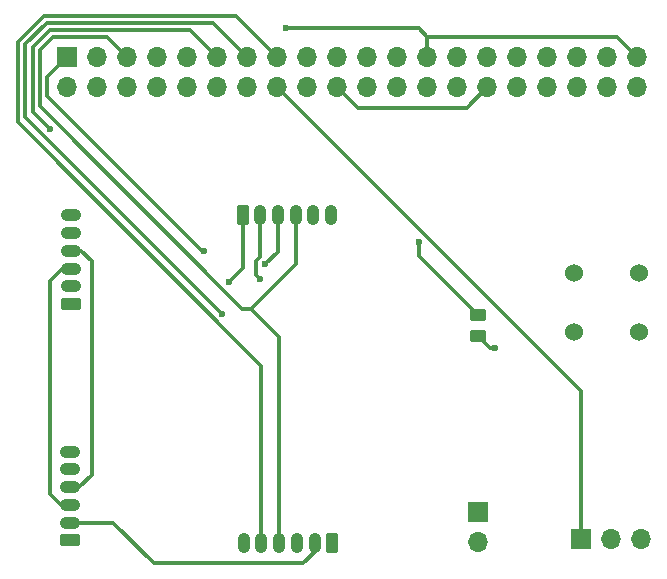
<source format=gbr>
%TF.GenerationSoftware,KiCad,Pcbnew,8.0.1*%
%TF.CreationDate,2024-09-05T17:17:53+09:00*%
%TF.ProjectId,Test2,54657374-322e-46b6-9963-61645f706362,rev?*%
%TF.SameCoordinates,Original*%
%TF.FileFunction,Copper,L1,Top*%
%TF.FilePolarity,Positive*%
%FSLAX46Y46*%
G04 Gerber Fmt 4.6, Leading zero omitted, Abs format (unit mm)*
G04 Created by KiCad (PCBNEW 8.0.1) date 2024-09-05 17:17:53*
%MOMM*%
%LPD*%
G01*
G04 APERTURE LIST*
G04 Aperture macros list*
%AMRoundRect*
0 Rectangle with rounded corners*
0 $1 Rounding radius*
0 $2 $3 $4 $5 $6 $7 $8 $9 X,Y pos of 4 corners*
0 Add a 4 corners polygon primitive as box body*
4,1,4,$2,$3,$4,$5,$6,$7,$8,$9,$2,$3,0*
0 Add four circle primitives for the rounded corners*
1,1,$1+$1,$2,$3*
1,1,$1+$1,$4,$5*
1,1,$1+$1,$6,$7*
1,1,$1+$1,$8,$9*
0 Add four rect primitives between the rounded corners*
20,1,$1+$1,$2,$3,$4,$5,0*
20,1,$1+$1,$4,$5,$6,$7,0*
20,1,$1+$1,$6,$7,$8,$9,0*
20,1,$1+$1,$8,$9,$2,$3,0*%
G04 Aperture macros list end*
%TA.AperFunction,ComponentPad*%
%ADD10R,1.700000X1.700000*%
%TD*%
%TA.AperFunction,ComponentPad*%
%ADD11O,1.700000X1.700000*%
%TD*%
%TA.AperFunction,SMDPad,CuDef*%
%ADD12RoundRect,0.250000X0.450000X-0.262500X0.450000X0.262500X-0.450000X0.262500X-0.450000X-0.262500X0*%
%TD*%
%TA.AperFunction,ComponentPad*%
%ADD13RoundRect,0.250000X0.615000X-0.265000X0.615000X0.265000X-0.615000X0.265000X-0.615000X-0.265000X0*%
%TD*%
%TA.AperFunction,ComponentPad*%
%ADD14O,1.730000X1.030000*%
%TD*%
%TA.AperFunction,ComponentPad*%
%ADD15C,1.524000*%
%TD*%
%TA.AperFunction,ComponentPad*%
%ADD16RoundRect,0.250000X-0.265000X-0.615000X0.265000X-0.615000X0.265000X0.615000X-0.265000X0.615000X0*%
%TD*%
%TA.AperFunction,ComponentPad*%
%ADD17O,1.030000X1.730000*%
%TD*%
%TA.AperFunction,ComponentPad*%
%ADD18RoundRect,0.250000X0.265000X0.615000X-0.265000X0.615000X-0.265000X-0.615000X0.265000X-0.615000X0*%
%TD*%
%TA.AperFunction,ViaPad*%
%ADD19C,0.600000*%
%TD*%
%TA.AperFunction,Conductor*%
%ADD20C,0.300000*%
%TD*%
G04 APERTURE END LIST*
D10*
%TO.P,J6,1,Pin_1*%
%TO.N,Net-(J2-Pin_2)*%
X131800000Y-125600000D03*
D11*
%TO.P,J6,2,Pin_2*%
%TO.N,Net-(J2-Pin_1)*%
X131800000Y-128140000D03*
%TD*%
D10*
%TO.P,J1,1,3V3*%
%TO.N,Net-(J1-3V3-Pad1)*%
X97080000Y-87100000D03*
D11*
%TO.P,J1,2,5V*%
%TO.N,Net-(J2-Pin_1)*%
X97080000Y-89640000D03*
%TO.P,J1,3,SDA/GPIO2*%
%TO.N,Net-(J1-SDA{slash}GPIO2)*%
X99620000Y-87100000D03*
%TO.P,J1,4,5V*%
%TO.N,Net-(J2-Pin_1)*%
X99620000Y-89640000D03*
%TO.P,J1,5,SCL/GPIO3*%
%TO.N,Net-(J1-SCL{slash}GPIO3)*%
X102160000Y-87100000D03*
%TO.P,J1,6,GND*%
%TO.N,Net-(J2-Pin_2)*%
X102160000Y-89640000D03*
%TO.P,J1,7,GCLK0/GPIO4*%
%TO.N,Net-(J1-GCLK0{slash}GPIO4)*%
X104700000Y-87100000D03*
%TO.P,J1,8,GPIO14/TXD*%
%TO.N,unconnected-(J1-GPIO14{slash}TXD-Pad8)*%
X104700000Y-89640000D03*
%TO.P,J1,9,GND*%
%TO.N,Net-(J2-Pin_2)*%
X107240000Y-87100000D03*
%TO.P,J1,10,GPIO15/RXD*%
%TO.N,unconnected-(J1-GPIO15{slash}RXD-Pad10)*%
X107240000Y-89640000D03*
%TO.P,J1,11,GPIO17*%
%TO.N,Net-(J1-GPIO17)*%
X109780000Y-87100000D03*
%TO.P,J1,12,GPIO18/PWM0*%
%TO.N,unconnected-(J1-GPIO18{slash}PWM0-Pad12)*%
X109780000Y-89640000D03*
%TO.P,J1,13,GPIO27*%
%TO.N,Net-(J1-GPIO27)*%
X112320000Y-87100000D03*
%TO.P,J1,14,GND*%
%TO.N,Net-(J2-Pin_2)*%
X112320000Y-89640000D03*
%TO.P,J1,15,GPIO22*%
%TO.N,Net-(J1-GPIO22)*%
X114860000Y-87100000D03*
%TO.P,J1,16,GPIO23*%
%TO.N,Net-(J1-GPIO23)*%
X114860000Y-89640000D03*
%TO.P,J1,17,3V3*%
%TO.N,Net-(J1-3V3-Pad1)*%
X117400000Y-87100000D03*
%TO.P,J1,18,GPIO24*%
%TO.N,unconnected-(J1-GPIO24-Pad18)*%
X117400000Y-89640000D03*
%TO.P,J1,19,MOSI0/GPIO10*%
%TO.N,unconnected-(J1-MOSI0{slash}GPIO10-Pad19)*%
X119940000Y-87100000D03*
%TO.P,J1,20,GND*%
%TO.N,Net-(J2-Pin_2)*%
X119940000Y-89640000D03*
%TO.P,J1,21,MISO0/GPIO9*%
%TO.N,unconnected-(J1-MISO0{slash}GPIO9-Pad21)*%
X122480000Y-87100000D03*
%TO.P,J1,22,GPIO25*%
%TO.N,unconnected-(J1-GPIO25-Pad22)*%
X122480000Y-89640000D03*
%TO.P,J1,23,SCLK0/GPIO11*%
%TO.N,unconnected-(J1-SCLK0{slash}GPIO11-Pad23)*%
X125020000Y-87100000D03*
%TO.P,J1,24,~{CE0}/GPIO8*%
%TO.N,Net-(J1-~{CE0}{slash}GPIO8)*%
X125020000Y-89640000D03*
%TO.P,J1,25,GND*%
%TO.N,Net-(J2-Pin_2)*%
X127560000Y-87100000D03*
%TO.P,J1,26,~{CE1}/GPIO7*%
%TO.N,unconnected-(J1-~{CE1}{slash}GPIO7-Pad26)*%
X127560000Y-89640000D03*
%TO.P,J1,27,ID_SD/GPIO0*%
%TO.N,unconnected-(J1-ID_SD{slash}GPIO0-Pad27)*%
X130100000Y-87100000D03*
%TO.P,J1,28,ID_SC/GPIO1*%
%TO.N,unconnected-(J1-ID_SC{slash}GPIO1-Pad28)*%
X130100000Y-89640000D03*
%TO.P,J1,29,GCLK1/GPIO5*%
%TO.N,unconnected-(J1-GCLK1{slash}GPIO5-Pad29)*%
X132640000Y-87100000D03*
%TO.P,J1,30,GND*%
%TO.N,Net-(J2-Pin_2)*%
X132640000Y-89640000D03*
%TO.P,J1,31,GCLK2/GPIO6*%
%TO.N,unconnected-(J1-GCLK2{slash}GPIO6-Pad31)*%
X135180000Y-87100000D03*
%TO.P,J1,32,PWM0/GPIO12*%
%TO.N,unconnected-(J1-PWM0{slash}GPIO12-Pad32)*%
X135180000Y-89640000D03*
%TO.P,J1,33,PWM1/GPIO13*%
%TO.N,unconnected-(J1-PWM1{slash}GPIO13-Pad33)*%
X137720000Y-87100000D03*
%TO.P,J1,34,GND*%
%TO.N,Net-(J2-Pin_2)*%
X137720000Y-89640000D03*
%TO.P,J1,35,GPIO19/MISO1*%
%TO.N,unconnected-(J1-GPIO19{slash}MISO1-Pad35)*%
X140260000Y-87100000D03*
%TO.P,J1,36,GPIO16*%
%TO.N,unconnected-(J1-GPIO16-Pad36)*%
X140260000Y-89640000D03*
%TO.P,J1,37,GPIO26*%
%TO.N,unconnected-(J1-GPIO26-Pad37)*%
X142800000Y-87100000D03*
%TO.P,J1,38,GPIO20/MOSI1*%
%TO.N,unconnected-(J1-GPIO20{slash}MOSI1-Pad38)*%
X142800000Y-89640000D03*
%TO.P,J1,39,GND*%
%TO.N,Net-(J2-Pin_2)*%
X145340000Y-87100000D03*
%TO.P,J1,40,GPIO21/SCLK1*%
%TO.N,unconnected-(J1-GPIO21{slash}SCLK1-Pad40)*%
X145340000Y-89640000D03*
%TD*%
D12*
%TO.P,R1,1*%
%TO.N,Net-(R1-Pad1)*%
X131800000Y-110712500D03*
%TO.P,R1,2*%
%TO.N,Net-(J1-~{CE0}{slash}GPIO8)*%
X131800000Y-108887500D03*
%TD*%
D13*
%TO.P,J2,1,Pin_1*%
%TO.N,Net-(J2-Pin_1)*%
X97400000Y-108000000D03*
D14*
%TO.P,J2,2,Pin_2*%
%TO.N,Net-(J2-Pin_2)*%
X97400000Y-106500000D03*
%TO.P,J2,3,Pin_3*%
%TO.N,Net-(J1-SDA{slash}GPIO2)*%
X97400000Y-105000000D03*
%TO.P,J2,4,Pin_4*%
%TO.N,Net-(J1-SCL{slash}GPIO3)*%
X97400000Y-103500000D03*
%TO.P,J2,5,Pin_5*%
%TO.N,Net-(J1-GPIO17)*%
X97400000Y-102000000D03*
%TO.P,J2,6,Pin_6*%
%TO.N,unconnected-(J2-Pin_6-Pad6)*%
X97400000Y-100500000D03*
%TD*%
D15*
%TO.P,SW1,1,1*%
%TO.N,Net-(J1-3V3-Pad1)*%
X140000000Y-105400000D03*
%TO.P,SW1,2,2*%
%TO.N,Net-(R1-Pad1)*%
X140000000Y-110400000D03*
%TO.P,SW1,3*%
%TO.N,N/C*%
X145500000Y-110400000D03*
%TO.P,SW1,4*%
X145500000Y-105400000D03*
%TD*%
D16*
%TO.P,S1,1,Pin_1*%
%TO.N,Net-(J2-Pin_1)*%
X111900000Y-100500000D03*
D17*
%TO.P,S1,2,Pin_2*%
%TO.N,Net-(J2-Pin_2)*%
X113400000Y-100500000D03*
%TO.P,S1,3,Pin_3*%
%TO.N,Net-(J1-SDA{slash}GPIO2)*%
X114900000Y-100500000D03*
%TO.P,S1,4,Pin_4*%
%TO.N,Net-(J1-SCL{slash}GPIO3)*%
X116400000Y-100500000D03*
%TO.P,S1,5,Pin_5*%
%TO.N,Net-(J1-GCLK0{slash}GPIO4)*%
X117900000Y-100500000D03*
%TO.P,S1,6,Pin_6*%
%TO.N,unconnected-(S1-Pin_6-Pad6)*%
X119400000Y-100500000D03*
%TD*%
D18*
%TO.P,J4,1,Pin_1*%
%TO.N,Net-(J2-Pin_1)*%
X119500000Y-128200000D03*
D17*
%TO.P,J4,2,Pin_2*%
%TO.N,Net-(J2-Pin_2)*%
X118000000Y-128200000D03*
%TO.P,J4,3,Pin_3*%
%TO.N,Net-(J1-SDA{slash}GPIO2)*%
X116500000Y-128200000D03*
%TO.P,J4,4,Pin_4*%
%TO.N,Net-(J1-SCL{slash}GPIO3)*%
X115000000Y-128200000D03*
%TO.P,J4,5,Pin_5*%
%TO.N,Net-(J1-GPIO22)*%
X113500000Y-128200000D03*
%TO.P,J4,6,Pin_6*%
%TO.N,unconnected-(J4-Pin_6-Pad6)*%
X112000000Y-128200000D03*
%TD*%
D10*
%TO.P,M1,1,PWM*%
%TO.N,Net-(J1-GPIO23)*%
X140560000Y-127900000D03*
D11*
%TO.P,M1,2,+*%
%TO.N,Net-(J2-Pin_1)*%
X143100000Y-127900000D03*
%TO.P,M1,3,-*%
%TO.N,Net-(J2-Pin_2)*%
X145640000Y-127900000D03*
%TD*%
D13*
%TO.P,J3,1,Pin_1*%
%TO.N,Net-(J2-Pin_1)*%
X97300000Y-128000000D03*
D14*
%TO.P,J3,2,Pin_2*%
%TO.N,Net-(J2-Pin_2)*%
X97300000Y-126500000D03*
%TO.P,J3,3,Pin_3*%
%TO.N,Net-(J1-SDA{slash}GPIO2)*%
X97300000Y-125000000D03*
%TO.P,J3,4,Pin_4*%
%TO.N,Net-(J1-SCL{slash}GPIO3)*%
X97300000Y-123500000D03*
%TO.P,J3,5,Pin_5*%
%TO.N,Net-(J1-GPIO27)*%
X97300000Y-122000000D03*
%TO.P,J3,6,Pin_6*%
%TO.N,unconnected-(J3-Pin_6-Pad6)*%
X97300000Y-120500000D03*
%TD*%
D19*
%TO.N,Net-(R1-Pad1)*%
X133261100Y-111748000D03*
%TO.N,Net-(J1-SDA{slash}GPIO2)*%
X113825000Y-104626200D03*
%TO.N,Net-(J1-~{CE0}{slash}GPIO8)*%
X126831100Y-102718000D03*
%TO.N,Net-(J1-GPIO27)*%
X110142100Y-108831600D03*
%TO.N,Net-(J2-Pin_1)*%
X110714100Y-106145700D03*
%TO.N,Net-(J2-Pin_2)*%
X113400000Y-105888900D03*
X115550000Y-84642400D03*
%TO.N,Net-(J1-3V3-Pad1)*%
X108663500Y-103517000D03*
%TO.N,Net-(J1-GPIO17)*%
X95615400Y-93209700D03*
%TD*%
D20*
%TO.N,Net-(R1-Pad1)*%
X132835500Y-111748000D02*
X131800000Y-110712500D01*
X133261100Y-111748000D02*
X132835500Y-111748000D01*
%TO.N,Net-(J1-SDA{slash}GPIO2)*%
X96603200Y-105000000D02*
X97400000Y-105000000D01*
X95570900Y-106032300D02*
X96603200Y-105000000D01*
X95570900Y-124073700D02*
X95570900Y-106032300D01*
X96497200Y-125000000D02*
X95570900Y-124073700D01*
X97300000Y-125000000D02*
X96497200Y-125000000D01*
X114900000Y-103551300D02*
X114900000Y-100500000D01*
X114899900Y-103551300D02*
X114900000Y-103551300D01*
X113825000Y-104626200D02*
X114899900Y-103551300D01*
%TO.N,Net-(J1-~{CE0}{slash}GPIO8)*%
X126831100Y-103918600D02*
X126831100Y-102718000D01*
X131800000Y-108887500D02*
X126831100Y-103918600D01*
%TO.N,Net-(J1-GPIO27)*%
X109404800Y-84184800D02*
X112320000Y-87100000D01*
X95315000Y-84184800D02*
X109404800Y-84184800D01*
X93509600Y-85990200D02*
X95315000Y-84184800D01*
X93509600Y-92199100D02*
X93509600Y-85990200D01*
X110142100Y-108831600D02*
X93509600Y-92199100D01*
%TO.N,Net-(J1-SCL{slash}GPIO3)*%
X98248800Y-103500000D02*
X97400000Y-103500000D01*
X99124000Y-104375200D02*
X98248800Y-103500000D01*
X99124000Y-122470700D02*
X99124000Y-104375200D01*
X98094700Y-123500000D02*
X99124000Y-122470700D01*
X97300000Y-123500000D02*
X98094700Y-123500000D01*
X116400000Y-104570400D02*
X112582500Y-108387900D01*
X116400000Y-100500000D02*
X116400000Y-104570400D01*
X115000000Y-110805400D02*
X112582500Y-108387900D01*
X115000000Y-128200000D02*
X115000000Y-110805400D01*
X111893300Y-108387900D02*
X112582500Y-108387900D01*
X94774900Y-91269500D02*
X111893300Y-108387900D01*
X94774900Y-86500600D02*
X94774900Y-91269500D01*
X95877300Y-85398200D02*
X94774900Y-86500600D01*
X100458200Y-85398200D02*
X95877300Y-85398200D01*
X102160000Y-87100000D02*
X100458200Y-85398200D01*
%TO.N,Net-(J2-Pin_1)*%
X111900000Y-104959800D02*
X110714100Y-106145700D01*
X111900000Y-100500000D02*
X111900000Y-104959800D01*
%TO.N,Net-(J1-GPIO23)*%
X140560000Y-115340000D02*
X114860000Y-89640000D01*
X140560000Y-127900000D02*
X140560000Y-115340000D01*
%TO.N,Net-(J2-Pin_2)*%
X130896700Y-91383300D02*
X132640000Y-89640000D01*
X121683300Y-91383300D02*
X130896700Y-91383300D01*
X119940000Y-89640000D02*
X121683300Y-91383300D01*
X100925600Y-126500000D02*
X97300000Y-126500000D01*
X104384900Y-129959300D02*
X100925600Y-126500000D01*
X117059200Y-129959300D02*
X104384900Y-129959300D01*
X118000000Y-129018500D02*
X117059200Y-129959300D01*
X118000000Y-128200000D02*
X118000000Y-129018500D01*
X113073300Y-105562200D02*
X113400000Y-105888900D01*
X113073300Y-104314900D02*
X113073300Y-105562200D01*
X113400000Y-103988200D02*
X113073300Y-104314900D01*
X113400000Y-100500000D02*
X113400000Y-103988200D01*
X143592000Y-85352000D02*
X145340000Y-87100000D01*
X127560000Y-85352000D02*
X143592000Y-85352000D01*
X127560000Y-87100000D02*
X127560000Y-85352000D01*
X126850400Y-84642400D02*
X115550000Y-84642400D01*
X127560000Y-85352000D02*
X126850400Y-84642400D01*
%TO.N,Net-(J1-GPIO22)*%
X113500000Y-113252400D02*
X113500000Y-128200000D01*
X113499900Y-113252400D02*
X113500000Y-113252400D01*
X92860600Y-92613100D02*
X113499900Y-113252400D01*
X92860600Y-85786200D02*
X92860600Y-92613100D01*
X95065200Y-83581600D02*
X92860600Y-85786200D01*
X111341600Y-83581600D02*
X95065200Y-83581600D01*
X114860000Y-87100000D02*
X111341600Y-83581600D01*
%TO.N,Net-(J1-3V3-Pad1)*%
X108508300Y-103517000D02*
X108663500Y-103517000D01*
X95376800Y-90385500D02*
X108508300Y-103517000D01*
X95376800Y-88803200D02*
X95376800Y-90385500D01*
X97080000Y-87100000D02*
X95376800Y-88803200D01*
%TO.N,Net-(J1-GPIO17)*%
X107468000Y-84788000D02*
X109780000Y-87100000D01*
X95564800Y-84788000D02*
X107468000Y-84788000D01*
X94157000Y-86195800D02*
X95564800Y-84788000D01*
X94157000Y-91751300D02*
X94157000Y-86195800D01*
X95615400Y-93209700D02*
X94157000Y-91751300D01*
%TD*%
M02*

</source>
